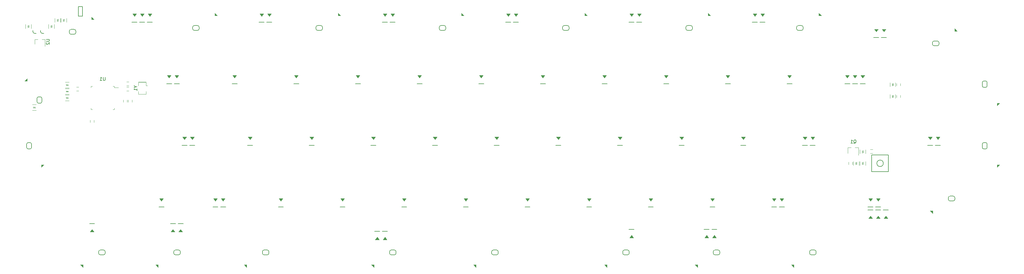
<source format=gbr>
%TF.GenerationSoftware,KiCad,Pcbnew,(5.1.11)-1*%
%TF.CreationDate,2022-07-20T14:15:52+07:00*%
%TF.ProjectId,Malenia,4d616c65-6e69-4612-9e6b-696361645f70,rev?*%
%TF.SameCoordinates,Original*%
%TF.FileFunction,Legend,Bot*%
%TF.FilePolarity,Positive*%
%FSLAX46Y46*%
G04 Gerber Fmt 4.6, Leading zero omitted, Abs format (unit mm)*
G04 Created by KiCad (PCBNEW (5.1.11)-1) date 2022-07-20 14:15:52*
%MOMM*%
%LPD*%
G01*
G04 APERTURE LIST*
%ADD10C,0.120000*%
%ADD11C,0.100000*%
%ADD12C,0.150000*%
G04 APERTURE END LIST*
D10*
%TO.C,U1*%
X51310535Y-69689686D02*
X50860535Y-69689686D01*
X50860535Y-69689686D02*
X50860535Y-69239686D01*
X57630535Y-69689686D02*
X58080535Y-69689686D01*
X58080535Y-69689686D02*
X58080535Y-69239686D01*
X51310535Y-62469686D02*
X50860535Y-62469686D01*
X50860535Y-62469686D02*
X50860535Y-62919686D01*
X57630535Y-62469686D02*
X58080535Y-62469686D01*
X58080535Y-62469686D02*
X58080535Y-62919686D01*
X58080535Y-62919686D02*
X59370535Y-62919686D01*
D11*
%TO.C,R13*%
X298800000Y-62050000D02*
X298400000Y-61950000D01*
X298400000Y-61750000D02*
X298800000Y-61650000D01*
X298800000Y-62250000D02*
X298400000Y-62150000D01*
X298400000Y-62350000D02*
X298800000Y-62250000D01*
X298400000Y-62150000D02*
X298800000Y-62050000D01*
X298400000Y-61950000D02*
X298800000Y-61850000D01*
X298800000Y-61850000D02*
X298400000Y-61750000D01*
D10*
X299480000Y-62600000D02*
X299480000Y-61400000D01*
X297720000Y-61400000D02*
X297720000Y-62600000D01*
D11*
%TO.C,R12*%
X298800000Y-65650000D02*
X298400000Y-65550000D01*
X298400000Y-65350000D02*
X298800000Y-65250000D01*
X298800000Y-65850000D02*
X298400000Y-65750000D01*
X298400000Y-65950000D02*
X298800000Y-65850000D01*
X298400000Y-65750000D02*
X298800000Y-65650000D01*
X298400000Y-65550000D02*
X298800000Y-65450000D01*
X298800000Y-65450000D02*
X298400000Y-65350000D01*
D10*
X299480000Y-66200000D02*
X299480000Y-65000000D01*
X297720000Y-65000000D02*
X297720000Y-66200000D01*
%TO.C,C12*%
X301000000Y-62350000D02*
X301000000Y-61650000D01*
X299800000Y-61650000D02*
X299800000Y-62350000D01*
%TO.C,C11*%
X301000000Y-65950000D02*
X301000000Y-65250000D01*
X299800000Y-65250000D02*
X299800000Y-65950000D01*
%TO.C,C10*%
X286172790Y-86670355D02*
X286172790Y-85970355D01*
X284972790Y-85970355D02*
X284972790Y-86670355D01*
%TO.C,Q1*%
X284696215Y-81450000D02*
X285746215Y-81450000D01*
X284696215Y-83250000D02*
X284696215Y-81450000D01*
X287996215Y-81450000D02*
X286946215Y-81450000D01*
X287996215Y-83850000D02*
X287996215Y-81450000D01*
D11*
%TO.C,R11*%
X33387340Y-68856220D02*
X33287340Y-69256220D01*
X33087340Y-69256220D02*
X32987340Y-68856220D01*
X33587340Y-68856220D02*
X33487340Y-69256220D01*
X33687340Y-69256220D02*
X33587340Y-68856220D01*
X33487340Y-69256220D02*
X33387340Y-68856220D01*
X33287340Y-69256220D02*
X33187340Y-68856220D01*
X33187340Y-68856220D02*
X33087340Y-69256220D01*
D10*
X33937340Y-68176220D02*
X32737340Y-68176220D01*
X32737340Y-69936220D02*
X33937340Y-69936220D01*
D11*
%TO.C,D95*%
G36*
X35536280Y-87543940D02*
G01*
X35536280Y-86743940D01*
X36336280Y-86743940D01*
X35536280Y-87543940D01*
G37*
X35536280Y-87543940D02*
X35536280Y-86743940D01*
X36336280Y-86743940D01*
X35536280Y-87543940D01*
D12*
X31486280Y-81893940D02*
X31986280Y-81893940D01*
X30986280Y-80393940D02*
X30986280Y-81393940D01*
X31986280Y-79893940D02*
X31486280Y-79893940D01*
X32486280Y-81393940D02*
X32486280Y-80393940D01*
X31486280Y-79893940D02*
G75*
G03*
X30986280Y-80393940I0J-500000D01*
G01*
X30986280Y-81393940D02*
G75*
G03*
X31486280Y-81893940I500000J0D01*
G01*
X31986280Y-81893940D02*
G75*
G03*
X32486280Y-81393940I0J500000D01*
G01*
X32486280Y-80393940D02*
G75*
G03*
X31986280Y-79893940I-500000J0D01*
G01*
D11*
%TO.C,D94*%
G36*
X47591045Y-117690950D02*
G01*
X48391045Y-117690950D01*
X48391045Y-118490950D01*
X47591045Y-117690950D01*
G37*
X47591045Y-117690950D02*
X48391045Y-117690950D01*
X48391045Y-118490950D01*
X47591045Y-117690950D01*
D12*
X53241045Y-113640950D02*
X53241045Y-114140950D01*
X54741045Y-113140950D02*
X53741045Y-113140950D01*
X55241045Y-114140950D02*
X55241045Y-113640950D01*
X53741045Y-114640950D02*
X54741045Y-114640950D01*
X55241045Y-113640950D02*
G75*
G03*
X54741045Y-113140950I-500000J0D01*
G01*
X53741045Y-113140950D02*
G75*
G03*
X53241045Y-113640950I0J-500000D01*
G01*
X53241045Y-114140950D02*
G75*
G03*
X53741045Y-114640950I500000J0D01*
G01*
X54741045Y-114640950D02*
G75*
G03*
X55241045Y-114140950I0J500000D01*
G01*
D11*
%TO.C,D93*%
G36*
X70808330Y-117690950D02*
G01*
X71608330Y-117690950D01*
X71608330Y-118490950D01*
X70808330Y-117690950D01*
G37*
X70808330Y-117690950D02*
X71608330Y-117690950D01*
X71608330Y-118490950D01*
X70808330Y-117690950D01*
D12*
X76458330Y-113640950D02*
X76458330Y-114140950D01*
X77958330Y-113140950D02*
X76958330Y-113140950D01*
X78458330Y-114140950D02*
X78458330Y-113640950D01*
X76958330Y-114640950D02*
X77958330Y-114640950D01*
X78458330Y-113640950D02*
G75*
G03*
X77958330Y-113140950I-500000J0D01*
G01*
X76958330Y-113140950D02*
G75*
G03*
X76458330Y-113640950I0J-500000D01*
G01*
X76458330Y-114140950D02*
G75*
G03*
X76958330Y-114640950I500000J0D01*
G01*
X77958330Y-114640950D02*
G75*
G03*
X78458330Y-114140950I0J500000D01*
G01*
%TO.C,D92*%
X104342820Y-114640950D02*
X105342820Y-114640950D01*
X105842820Y-114140950D02*
X105842820Y-113640950D01*
X105342820Y-113140950D02*
X104342820Y-113140950D01*
X103842820Y-113640950D02*
X103842820Y-114140950D01*
D11*
G36*
X98192820Y-117690950D02*
G01*
X98992820Y-117690950D01*
X98992820Y-118490950D01*
X98192820Y-117690950D01*
G37*
X98192820Y-117690950D02*
X98992820Y-117690950D01*
X98992820Y-118490950D01*
X98192820Y-117690950D01*
D12*
X105342820Y-114640950D02*
G75*
G03*
X105842820Y-114140950I0J500000D01*
G01*
X103842820Y-114140950D02*
G75*
G03*
X104342820Y-114640950I500000J0D01*
G01*
X104342820Y-113140950D02*
G75*
G03*
X103842820Y-113640950I0J-500000D01*
G01*
X105842820Y-113640950D02*
G75*
G03*
X105342820Y-113140950I-500000J0D01*
G01*
%TO.C,D91*%
X143633610Y-114640950D02*
X144633610Y-114640950D01*
X145133610Y-114140950D02*
X145133610Y-113640950D01*
X144633610Y-113140950D02*
X143633610Y-113140950D01*
X143133610Y-113640950D02*
X143133610Y-114140950D01*
D11*
G36*
X137483610Y-117690950D02*
G01*
X138283610Y-117690950D01*
X138283610Y-118490950D01*
X137483610Y-117690950D01*
G37*
X137483610Y-117690950D02*
X138283610Y-117690950D01*
X138283610Y-118490950D01*
X137483610Y-117690950D01*
D12*
X144633610Y-114640950D02*
G75*
G03*
X145133610Y-114140950I0J500000D01*
G01*
X143133610Y-114140950D02*
G75*
G03*
X143633610Y-114640950I500000J0D01*
G01*
X143633610Y-113140950D02*
G75*
G03*
X143133610Y-113640950I0J-500000D01*
G01*
X145133610Y-113640950D02*
G75*
G03*
X144633610Y-113140950I-500000J0D01*
G01*
%TO.C,D90*%
X175185305Y-114640950D02*
X176185305Y-114640950D01*
X176685305Y-114140950D02*
X176685305Y-113640950D01*
X176185305Y-113140950D02*
X175185305Y-113140950D01*
X174685305Y-113640950D02*
X174685305Y-114140950D01*
D11*
G36*
X169035305Y-117690950D02*
G01*
X169835305Y-117690950D01*
X169835305Y-118490950D01*
X169035305Y-117690950D01*
G37*
X169035305Y-117690950D02*
X169835305Y-117690950D01*
X169835305Y-118490950D01*
X169035305Y-117690950D01*
D12*
X176185305Y-114640950D02*
G75*
G03*
X176685305Y-114140950I0J500000D01*
G01*
X174685305Y-114140950D02*
G75*
G03*
X175185305Y-114640950I500000J0D01*
G01*
X175185305Y-113140950D02*
G75*
G03*
X174685305Y-113640950I0J-500000D01*
G01*
X176685305Y-113640950D02*
G75*
G03*
X176185305Y-113140950I-500000J0D01*
G01*
%TO.C,D89*%
X215666725Y-114640950D02*
X216666725Y-114640950D01*
X217166725Y-114140950D02*
X217166725Y-113640950D01*
X216666725Y-113140950D02*
X215666725Y-113140950D01*
X215166725Y-113640950D02*
X215166725Y-114140950D01*
D11*
G36*
X209516725Y-117690950D02*
G01*
X210316725Y-117690950D01*
X210316725Y-118490950D01*
X209516725Y-117690950D01*
G37*
X209516725Y-117690950D02*
X210316725Y-117690950D01*
X210316725Y-118490950D01*
X209516725Y-117690950D01*
D12*
X216666725Y-114640950D02*
G75*
G03*
X217166725Y-114140950I0J500000D01*
G01*
X215166725Y-114140950D02*
G75*
G03*
X215666725Y-114640950I500000J0D01*
G01*
X215666725Y-113140950D02*
G75*
G03*
X215166725Y-113640950I0J-500000D01*
G01*
X217166725Y-113640950D02*
G75*
G03*
X216666725Y-113140950I-500000J0D01*
G01*
%TO.C,D88*%
X243647570Y-114640950D02*
X244647570Y-114640950D01*
X245147570Y-114140950D02*
X245147570Y-113640950D01*
X244647570Y-113140950D02*
X243647570Y-113140950D01*
X243147570Y-113640950D02*
X243147570Y-114140950D01*
D11*
G36*
X237497570Y-117690950D02*
G01*
X238297570Y-117690950D01*
X238297570Y-118490950D01*
X237497570Y-117690950D01*
G37*
X237497570Y-117690950D02*
X238297570Y-117690950D01*
X238297570Y-118490950D01*
X237497570Y-117690950D01*
D12*
X244647570Y-114640950D02*
G75*
G03*
X245147570Y-114140950I0J500000D01*
G01*
X243147570Y-114140950D02*
G75*
G03*
X243647570Y-114640950I500000J0D01*
G01*
X243647570Y-113140950D02*
G75*
G03*
X243147570Y-113640950I0J-500000D01*
G01*
X245147570Y-113640950D02*
G75*
G03*
X244647570Y-113140950I-500000J0D01*
G01*
%TO.C,D87*%
X273413320Y-114640950D02*
X274413320Y-114640950D01*
X274913320Y-114140950D02*
X274913320Y-113640950D01*
X274413320Y-113140950D02*
X273413320Y-113140950D01*
X272913320Y-113640950D02*
X272913320Y-114140950D01*
D11*
G36*
X267263320Y-117690950D02*
G01*
X268063320Y-117690950D01*
X268063320Y-118490950D01*
X267263320Y-117690950D01*
G37*
X267263320Y-117690950D02*
X268063320Y-117690950D01*
X268063320Y-118490950D01*
X267263320Y-117690950D01*
D12*
X274413320Y-114640950D02*
G75*
G03*
X274913320Y-114140950I0J500000D01*
G01*
X272913320Y-114140950D02*
G75*
G03*
X273413320Y-114640950I500000J0D01*
G01*
X273413320Y-113140950D02*
G75*
G03*
X272913320Y-113640950I0J-500000D01*
G01*
X274913320Y-113640950D02*
G75*
G03*
X274413320Y-113140950I-500000J0D01*
G01*
%TO.C,D86*%
X316274960Y-97972130D02*
X317274960Y-97972130D01*
X317774960Y-97472130D02*
X317774960Y-96972130D01*
X317274960Y-96472130D02*
X316274960Y-96472130D01*
X315774960Y-96972130D02*
X315774960Y-97472130D01*
D11*
G36*
X310124960Y-101022130D02*
G01*
X310924960Y-101022130D01*
X310924960Y-101822130D01*
X310124960Y-101022130D01*
G37*
X310124960Y-101022130D02*
X310924960Y-101022130D01*
X310924960Y-101822130D01*
X310124960Y-101022130D01*
D12*
X317274960Y-97972130D02*
G75*
G03*
X317774960Y-97472130I0J500000D01*
G01*
X315774960Y-97472130D02*
G75*
G03*
X316274960Y-97972130I500000J0D01*
G01*
X316274960Y-96472130D02*
G75*
G03*
X315774960Y-96972130I0J-500000D01*
G01*
X317774960Y-96972130D02*
G75*
G03*
X317274960Y-96472130I-500000J0D01*
G01*
%TO.C,D85*%
X327762520Y-81393940D02*
X327762520Y-80393940D01*
X327262520Y-79893940D02*
X326762520Y-79893940D01*
X326262520Y-80393940D02*
X326262520Y-81393940D01*
X326762520Y-81893940D02*
X327262520Y-81893940D01*
D11*
G36*
X330812520Y-87543940D02*
G01*
X330812520Y-86743940D01*
X331612520Y-86743940D01*
X330812520Y-87543940D01*
G37*
X330812520Y-87543940D02*
X330812520Y-86743940D01*
X331612520Y-86743940D01*
X330812520Y-87543940D01*
D12*
X327762520Y-80393940D02*
G75*
G03*
X327262520Y-79893940I-500000J0D01*
G01*
X327262520Y-81893940D02*
G75*
G03*
X327762520Y-81393940I0J500000D01*
G01*
X326262520Y-81393940D02*
G75*
G03*
X326762520Y-81893940I500000J0D01*
G01*
X326762520Y-79893940D02*
G75*
G03*
X326262520Y-80393940I0J-500000D01*
G01*
%TO.C,D84*%
X327762520Y-62343860D02*
X327762520Y-61343860D01*
X327262520Y-60843860D02*
X326762520Y-60843860D01*
X326262520Y-61343860D02*
X326262520Y-62343860D01*
X326762520Y-62843860D02*
X327262520Y-62843860D01*
D11*
G36*
X330812520Y-68493860D02*
G01*
X330812520Y-67693860D01*
X331612520Y-67693860D01*
X330812520Y-68493860D01*
G37*
X330812520Y-68493860D02*
X330812520Y-67693860D01*
X331612520Y-67693860D01*
X330812520Y-68493860D01*
D12*
X327762520Y-61343860D02*
G75*
G03*
X327262520Y-60843860I-500000J0D01*
G01*
X327262520Y-62843860D02*
G75*
G03*
X327762520Y-62343860I0J500000D01*
G01*
X326262520Y-62343860D02*
G75*
G03*
X326762520Y-62843860I500000J0D01*
G01*
X326762520Y-60843860D02*
G75*
G03*
X326262520Y-61343860I0J-500000D01*
G01*
%TO.C,D83*%
X312374960Y-48475040D02*
X311374960Y-48475040D01*
X310874960Y-48975040D02*
X310874960Y-49475040D01*
X311374960Y-49975040D02*
X312374960Y-49975040D01*
X312874960Y-49475040D02*
X312874960Y-48975040D01*
D11*
G36*
X318524960Y-45425040D02*
G01*
X317724960Y-45425040D01*
X317724960Y-44625040D01*
X318524960Y-45425040D01*
G37*
X318524960Y-45425040D02*
X317724960Y-45425040D01*
X317724960Y-44625040D01*
X318524960Y-45425040D01*
D12*
X311374960Y-48475040D02*
G75*
G03*
X310874960Y-48975040I0J-500000D01*
G01*
X312874960Y-48975040D02*
G75*
G03*
X312374960Y-48475040I-500000J0D01*
G01*
X312374960Y-49975040D02*
G75*
G03*
X312874960Y-49475040I0J500000D01*
G01*
X310874960Y-49475040D02*
G75*
G03*
X311374960Y-49975040I500000J0D01*
G01*
%TO.C,D82*%
X270406586Y-43712288D02*
X269406586Y-43712288D01*
X268906586Y-44212288D02*
X268906586Y-44712288D01*
X269406586Y-45212288D02*
X270406586Y-45212288D01*
X270906586Y-44712288D02*
X270906586Y-44212288D01*
D11*
G36*
X276556586Y-40662288D02*
G01*
X275756586Y-40662288D01*
X275756586Y-39862288D01*
X276556586Y-40662288D01*
G37*
X276556586Y-40662288D02*
X275756586Y-40662288D01*
X275756586Y-39862288D01*
X276556586Y-40662288D01*
D12*
X269406586Y-43712288D02*
G75*
G03*
X268906586Y-44212288I0J-500000D01*
G01*
X270906586Y-44212288D02*
G75*
G03*
X270406586Y-43712288I-500000J0D01*
G01*
X270406586Y-45212288D02*
G75*
G03*
X270906586Y-44712288I0J500000D01*
G01*
X268906586Y-44712288D02*
G75*
G03*
X269406586Y-45212288I500000J0D01*
G01*
%TO.C,D81*%
X236174940Y-43712280D02*
X235174940Y-43712280D01*
X234674940Y-44212280D02*
X234674940Y-44712280D01*
X235174940Y-45212280D02*
X236174940Y-45212280D01*
X236674940Y-44712280D02*
X236674940Y-44212280D01*
D11*
G36*
X242324940Y-40662280D02*
G01*
X241524940Y-40662280D01*
X241524940Y-39862280D01*
X242324940Y-40662280D01*
G37*
X242324940Y-40662280D02*
X241524940Y-40662280D01*
X241524940Y-39862280D01*
X242324940Y-40662280D01*
D12*
X235174940Y-43712280D02*
G75*
G03*
X234674940Y-44212280I0J-500000D01*
G01*
X236674940Y-44212280D02*
G75*
G03*
X236174940Y-43712280I-500000J0D01*
G01*
X236174940Y-45212280D02*
G75*
G03*
X236674940Y-44712280I0J500000D01*
G01*
X234674940Y-44712280D02*
G75*
G03*
X235174940Y-45212280I500000J0D01*
G01*
%TO.C,D80*%
X198074940Y-43712280D02*
X197074940Y-43712280D01*
X196574940Y-44212280D02*
X196574940Y-44712280D01*
X197074940Y-45212280D02*
X198074940Y-45212280D01*
X198574940Y-44712280D02*
X198574940Y-44212280D01*
D11*
G36*
X204224940Y-40662280D02*
G01*
X203424940Y-40662280D01*
X203424940Y-39862280D01*
X204224940Y-40662280D01*
G37*
X204224940Y-40662280D02*
X203424940Y-40662280D01*
X203424940Y-39862280D01*
X204224940Y-40662280D01*
D12*
X197074940Y-43712280D02*
G75*
G03*
X196574940Y-44212280I0J-500000D01*
G01*
X198574940Y-44212280D02*
G75*
G03*
X198074940Y-43712280I-500000J0D01*
G01*
X198074940Y-45212280D02*
G75*
G03*
X198574940Y-44712280I0J500000D01*
G01*
X196574940Y-44712280D02*
G75*
G03*
X197074940Y-45212280I500000J0D01*
G01*
%TO.C,D79*%
X159974940Y-43712280D02*
X158974940Y-43712280D01*
X158474940Y-44212280D02*
X158474940Y-44712280D01*
X158974940Y-45212280D02*
X159974940Y-45212280D01*
X160474940Y-44712280D02*
X160474940Y-44212280D01*
D11*
G36*
X166124940Y-40662280D02*
G01*
X165324940Y-40662280D01*
X165324940Y-39862280D01*
X166124940Y-40662280D01*
G37*
X166124940Y-40662280D02*
X165324940Y-40662280D01*
X165324940Y-39862280D01*
X166124940Y-40662280D01*
D12*
X158974940Y-43712280D02*
G75*
G03*
X158474940Y-44212280I0J-500000D01*
G01*
X160474940Y-44212280D02*
G75*
G03*
X159974940Y-43712280I-500000J0D01*
G01*
X159974940Y-45212280D02*
G75*
G03*
X160474940Y-44712280I0J500000D01*
G01*
X158474940Y-44712280D02*
G75*
G03*
X158974940Y-45212280I500000J0D01*
G01*
%TO.C,D78*%
X121874940Y-43712280D02*
X120874940Y-43712280D01*
X120374940Y-44212280D02*
X120374940Y-44712280D01*
X120874940Y-45212280D02*
X121874940Y-45212280D01*
X122374940Y-44712280D02*
X122374940Y-44212280D01*
D11*
G36*
X128024940Y-40662280D02*
G01*
X127224940Y-40662280D01*
X127224940Y-39862280D01*
X128024940Y-40662280D01*
G37*
X128024940Y-40662280D02*
X127224940Y-40662280D01*
X127224940Y-39862280D01*
X128024940Y-40662280D01*
D12*
X120874940Y-43712280D02*
G75*
G03*
X120374940Y-44212280I0J-500000D01*
G01*
X122374940Y-44212280D02*
G75*
G03*
X121874940Y-43712280I-500000J0D01*
G01*
X121874940Y-45212280D02*
G75*
G03*
X122374940Y-44712280I0J500000D01*
G01*
X120374940Y-44712280D02*
G75*
G03*
X120874940Y-45212280I500000J0D01*
G01*
%TO.C,D77*%
X83774940Y-43712280D02*
X82774940Y-43712280D01*
X82274940Y-44212280D02*
X82274940Y-44712280D01*
X82774940Y-45212280D02*
X83774940Y-45212280D01*
X84274940Y-44712280D02*
X84274940Y-44212280D01*
D11*
G36*
X89924940Y-40662280D02*
G01*
X89124940Y-40662280D01*
X89124940Y-39862280D01*
X89924940Y-40662280D01*
G37*
X89924940Y-40662280D02*
X89124940Y-40662280D01*
X89124940Y-39862280D01*
X89924940Y-40662280D01*
D12*
X82774940Y-43712280D02*
G75*
G03*
X82274940Y-44212280I0J-500000D01*
G01*
X84274940Y-44212280D02*
G75*
G03*
X83774940Y-43712280I-500000J0D01*
G01*
X83774940Y-45212280D02*
G75*
G03*
X84274940Y-44712280I0J500000D01*
G01*
X82274940Y-44712280D02*
G75*
G03*
X82774940Y-45212280I500000J0D01*
G01*
%TO.C,D76*%
X45675056Y-44903160D02*
X44675056Y-44903160D01*
X44175056Y-45403160D02*
X44175056Y-45903160D01*
X44675056Y-46403160D02*
X45675056Y-46403160D01*
X46175056Y-45903160D02*
X46175056Y-45403160D01*
D11*
G36*
X51825056Y-41853160D02*
G01*
X51025056Y-41853160D01*
X51025056Y-41053160D01*
X51825056Y-41853160D01*
G37*
X51825056Y-41853160D02*
X51025056Y-41853160D01*
X51025056Y-41053160D01*
X51825056Y-41853160D01*
D12*
X44675056Y-44903160D02*
G75*
G03*
X44175056Y-45403160I0J-500000D01*
G01*
X46175056Y-45403160D02*
G75*
G03*
X45675056Y-44903160I-500000J0D01*
G01*
X45675056Y-46403160D02*
G75*
G03*
X46175056Y-45903160I0J500000D01*
G01*
X44175056Y-45903160D02*
G75*
G03*
X44675056Y-46403160I500000J0D01*
G01*
%TO.C,D75*%
X34187220Y-66243620D02*
X34187220Y-67243620D01*
X34687220Y-67743620D02*
X35187220Y-67743620D01*
X35687220Y-67243620D02*
X35687220Y-66243620D01*
X35187220Y-65743620D02*
X34687220Y-65743620D01*
D11*
G36*
X31137220Y-60093620D02*
G01*
X31137220Y-60893620D01*
X30337220Y-60893620D01*
X31137220Y-60093620D01*
G37*
X31137220Y-60093620D02*
X31137220Y-60893620D01*
X30337220Y-60893620D01*
X31137220Y-60093620D01*
D12*
X34187220Y-67243620D02*
G75*
G03*
X34687220Y-67743620I500000J0D01*
G01*
X34687220Y-65743620D02*
G75*
G03*
X34187220Y-66243620I0J-500000D01*
G01*
X35687220Y-66243620D02*
G75*
G03*
X35187220Y-65743620I-500000J0D01*
G01*
X35187220Y-67743620D02*
G75*
G03*
X35687220Y-67243620I0J500000D01*
G01*
D10*
%TO.C,Y1*%
X67475120Y-61103230D02*
X67875120Y-61103230D01*
X67475120Y-61303230D02*
X67875120Y-61303230D01*
X67475120Y-64903230D02*
X67875120Y-64903230D01*
X65475120Y-61103230D02*
X67475120Y-61103230D01*
X67875120Y-62303230D02*
X68275120Y-62303230D01*
X67875120Y-62303230D02*
X67875120Y-61303230D01*
X67475120Y-61303230D02*
X65475120Y-61303230D01*
X65475120Y-61303230D02*
X65475120Y-62303230D01*
X65475120Y-64103230D02*
X65475120Y-64903230D01*
X65475120Y-64903230D02*
X67475120Y-64903230D01*
X67875120Y-64903230D02*
X67875120Y-64103230D01*
D11*
%TO.C,R10*%
X43420535Y-62279686D02*
X43520535Y-61879686D01*
X43720535Y-61879686D02*
X43820535Y-62279686D01*
X43220535Y-62279686D02*
X43320535Y-61879686D01*
X43120535Y-61879686D02*
X43220535Y-62279686D01*
X43320535Y-61879686D02*
X43420535Y-62279686D01*
X43520535Y-61879686D02*
X43620535Y-62279686D01*
X43620535Y-62279686D02*
X43720535Y-61879686D01*
D10*
X42870535Y-62959686D02*
X44070535Y-62959686D01*
X44070535Y-61199686D02*
X42870535Y-61199686D01*
D11*
%TO.C,D73*%
G36*
X243482475Y-108542485D02*
G01*
X242882475Y-109342485D01*
X244082475Y-109342485D01*
X243482475Y-108542485D01*
G37*
X243482475Y-108542485D02*
X242882475Y-109342485D01*
X244082475Y-109342485D01*
X243482475Y-108542485D01*
D12*
X244282475Y-106742485D02*
X242682475Y-106742485D01*
D11*
%TO.C,D68*%
G36*
X296466710Y-102589335D02*
G01*
X295866710Y-103389335D01*
X297066710Y-103389335D01*
X296466710Y-102589335D01*
G37*
X296466710Y-102589335D02*
X295866710Y-103389335D01*
X297066710Y-103389335D01*
X296466710Y-102589335D01*
D12*
X297266710Y-100789335D02*
X295666710Y-100789335D01*
D11*
%TO.C,D67*%
G36*
X294085450Y-102589335D02*
G01*
X293485450Y-103389335D01*
X294685450Y-103389335D01*
X294085450Y-102589335D01*
G37*
X294085450Y-102589335D02*
X293485450Y-103389335D01*
X294685450Y-103389335D01*
X294085450Y-102589335D01*
D12*
X294885450Y-100789335D02*
X293285450Y-100789335D01*
D11*
%TO.C,D66*%
G36*
X291704050Y-102589175D02*
G01*
X291104050Y-103389175D01*
X292304050Y-103389175D01*
X291704050Y-102589175D01*
G37*
X291704050Y-102589175D02*
X291104050Y-103389175D01*
X292304050Y-103389175D01*
X291704050Y-102589175D01*
D12*
X292504050Y-100789175D02*
X290904050Y-100789175D01*
D11*
%TO.C,D65*%
G36*
X241101215Y-108542485D02*
G01*
X240501215Y-109342485D01*
X241701215Y-109342485D01*
X241101215Y-108542485D01*
G37*
X241101215Y-108542485D02*
X240501215Y-109342485D01*
X241701215Y-109342485D01*
X241101215Y-108542485D01*
D12*
X241901215Y-106742485D02*
X240301215Y-106742485D01*
D11*
%TO.C,D63*%
G36*
X217883930Y-108542485D02*
G01*
X217283930Y-109342485D01*
X218483930Y-109342485D01*
X217883930Y-108542485D01*
G37*
X217883930Y-108542485D02*
X217283930Y-109342485D01*
X218483930Y-109342485D01*
X217883930Y-108542485D01*
D12*
X218683930Y-106742485D02*
X217083930Y-106742485D01*
D11*
%TO.C,D62*%
G36*
X141683610Y-109137800D02*
G01*
X141083610Y-109937800D01*
X142283610Y-109937800D01*
X141683610Y-109137800D01*
G37*
X141683610Y-109137800D02*
X141083610Y-109937800D01*
X142283610Y-109937800D01*
X141683610Y-109137800D01*
D12*
X142483610Y-107337800D02*
X140883610Y-107337800D01*
D11*
%TO.C,D61*%
G36*
X139302350Y-109137800D02*
G01*
X138702350Y-109937800D01*
X139902350Y-109937800D01*
X139302350Y-109137800D01*
G37*
X139302350Y-109137800D02*
X138702350Y-109937800D01*
X139902350Y-109937800D01*
X139302350Y-109137800D01*
D12*
X140102350Y-107337800D02*
X138502350Y-107337800D01*
D11*
%TO.C,D59*%
G36*
X78581420Y-106756540D02*
G01*
X77981420Y-107556540D01*
X79181420Y-107556540D01*
X78581420Y-106756540D01*
G37*
X78581420Y-106756540D02*
X77981420Y-107556540D01*
X79181420Y-107556540D01*
X78581420Y-106756540D01*
D12*
X79381420Y-104956540D02*
X77781420Y-104956540D01*
D11*
%TO.C,D58*%
G36*
X76200160Y-106756540D02*
G01*
X75600160Y-107556540D01*
X76800160Y-107556540D01*
X76200160Y-106756540D01*
G37*
X76200160Y-106756540D02*
X75600160Y-107556540D01*
X76800160Y-107556540D01*
X76200160Y-106756540D01*
D12*
X77000160Y-104956540D02*
X75400160Y-104956540D01*
D11*
%TO.C,D57*%
G36*
X294085450Y-98031500D02*
G01*
X294685450Y-97231500D01*
X293485450Y-97231500D01*
X294085450Y-98031500D01*
G37*
X294085450Y-98031500D02*
X294685450Y-97231500D01*
X293485450Y-97231500D01*
X294085450Y-98031500D01*
D12*
X293285450Y-99831500D02*
X294885450Y-99831500D01*
D11*
%TO.C,D55*%
G36*
X291704190Y-98031500D02*
G01*
X292304190Y-97231500D01*
X291104190Y-97231500D01*
X291704190Y-98031500D01*
G37*
X291704190Y-98031500D02*
X292304190Y-97231500D01*
X291104190Y-97231500D01*
X291704190Y-98031500D01*
D12*
X290904190Y-99831500D02*
X292504190Y-99831500D01*
D11*
%TO.C,D54*%
G36*
X264319700Y-98031500D02*
G01*
X264919700Y-97231500D01*
X263719700Y-97231500D01*
X264319700Y-98031500D01*
G37*
X264319700Y-98031500D02*
X264919700Y-97231500D01*
X263719700Y-97231500D01*
X264319700Y-98031500D01*
D12*
X263519700Y-99831500D02*
X265119700Y-99831500D01*
D11*
%TO.C,D46*%
G36*
X109537800Y-98031500D02*
G01*
X110137800Y-97231500D01*
X108937800Y-97231500D01*
X109537800Y-98031500D01*
G37*
X109537800Y-98031500D02*
X110137800Y-97231500D01*
X108937800Y-97231500D01*
X109537800Y-98031500D01*
D12*
X108737800Y-99831500D02*
X110337800Y-99831500D01*
D11*
%TO.C,D42*%
G36*
X312540104Y-78981420D02*
G01*
X313140104Y-78181420D01*
X311940104Y-78181420D01*
X312540104Y-78981420D01*
G37*
X312540104Y-78981420D02*
X313140104Y-78181420D01*
X311940104Y-78181420D01*
X312540104Y-78981420D01*
D12*
X311740104Y-80781420D02*
X313340104Y-80781420D01*
D11*
%TO.C,D41*%
G36*
X289322930Y-59931340D02*
G01*
X289922930Y-59131340D01*
X288722930Y-59131340D01*
X289322930Y-59931340D01*
G37*
X289322930Y-59931340D02*
X289922930Y-59131340D01*
X288722930Y-59131340D01*
X289322930Y-59931340D01*
D12*
X288522930Y-61731340D02*
X290122930Y-61731340D01*
D11*
%TO.C,D40*%
G36*
X295871395Y-45643780D02*
G01*
X296471395Y-44843780D01*
X295271395Y-44843780D01*
X295871395Y-45643780D01*
G37*
X295871395Y-45643780D02*
X296471395Y-44843780D01*
X295271395Y-44843780D01*
X295871395Y-45643780D01*
D12*
X295071395Y-47443780D02*
X296671395Y-47443780D01*
D11*
%TO.C,D39*%
G36*
X310158844Y-78981420D02*
G01*
X310758844Y-78181420D01*
X309558844Y-78181420D01*
X310158844Y-78981420D01*
G37*
X310158844Y-78981420D02*
X310758844Y-78181420D01*
X309558844Y-78181420D01*
X310158844Y-78981420D01*
D12*
X309358844Y-80781420D02*
X310958844Y-80781420D01*
D11*
%TO.C,D38*%
G36*
X286941670Y-59931340D02*
G01*
X287541670Y-59131340D01*
X286341670Y-59131340D01*
X286941670Y-59931340D01*
G37*
X286941670Y-59931340D02*
X287541670Y-59131340D01*
X286341670Y-59131340D01*
X286941670Y-59931340D01*
D12*
X286141670Y-61731340D02*
X287741670Y-61731340D01*
D11*
%TO.C,D37*%
G36*
X293490135Y-45643780D02*
G01*
X294090135Y-44843780D01*
X292890135Y-44843780D01*
X293490135Y-45643780D01*
G37*
X293490135Y-45643780D02*
X294090135Y-44843780D01*
X292890135Y-44843780D01*
X293490135Y-45643780D01*
D12*
X292690135Y-47443780D02*
X294290135Y-47443780D01*
D11*
%TO.C,D36*%
G36*
X273844740Y-78981420D02*
G01*
X274444740Y-78181420D01*
X273244740Y-78181420D01*
X273844740Y-78981420D01*
G37*
X273844740Y-78981420D02*
X274444740Y-78181420D01*
X273244740Y-78181420D01*
X273844740Y-78981420D01*
D12*
X273044740Y-80781420D02*
X274644740Y-80781420D01*
D11*
%TO.C,D7*%
G36*
X69056380Y-40881260D02*
G01*
X69656380Y-40081260D01*
X68456380Y-40081260D01*
X69056380Y-40881260D01*
G37*
X69056380Y-40881260D02*
X69656380Y-40081260D01*
X68456380Y-40081260D01*
X69056380Y-40881260D01*
D12*
X68256380Y-42681260D02*
X69856380Y-42681260D01*
D11*
%TO.C,D5*%
G36*
X77390790Y-59931340D02*
G01*
X77990790Y-59131340D01*
X76790790Y-59131340D01*
X77390790Y-59931340D01*
G37*
X77390790Y-59931340D02*
X77990790Y-59131340D01*
X76790790Y-59131340D01*
X77390790Y-59931340D01*
D12*
X76590790Y-61731340D02*
X78190790Y-61731340D01*
D11*
%TO.C,D2*%
G36*
X75009530Y-59931340D02*
G01*
X75609530Y-59131340D01*
X74409530Y-59131340D01*
X75009530Y-59931340D01*
G37*
X75009530Y-59931340D02*
X75609530Y-59131340D01*
X74409530Y-59131340D01*
X75009530Y-59931340D01*
D12*
X74209530Y-61731340D02*
X75809530Y-61731340D01*
%TO.C,SW1*%
X295680625Y-86320355D02*
G75*
G03*
X295680625Y-86320355I-1000000J0D01*
G01*
X292080625Y-83720355D02*
X292080625Y-88920355D01*
X297280625Y-83720355D02*
X292080625Y-83720355D01*
X297280625Y-88920355D02*
X297280625Y-83720355D01*
X292080625Y-88920355D02*
X297280625Y-88920355D01*
D10*
%TO.C,R5*%
X288202790Y-86920355D02*
X288202790Y-85720355D01*
X286442790Y-85720355D02*
X286442790Y-86920355D01*
D11*
X287122790Y-86470355D02*
X287522790Y-86570355D01*
X287522790Y-86370355D02*
X287122790Y-86470355D01*
X287522790Y-86170355D02*
X287122790Y-86270355D01*
X287522790Y-85970355D02*
X287122790Y-86070355D01*
X287122790Y-86070355D02*
X287522790Y-86170355D01*
X287522790Y-86570355D02*
X287122790Y-86670355D01*
X287122790Y-86270355D02*
X287522790Y-86370355D01*
D10*
%TO.C,R4*%
X288442790Y-85720355D02*
X288442790Y-86920355D01*
X290202790Y-86920355D02*
X290202790Y-85720355D01*
D11*
X289522790Y-86170355D02*
X289122790Y-86070355D01*
X289122790Y-86270355D02*
X289522790Y-86170355D01*
X289122790Y-86470355D02*
X289522790Y-86370355D01*
X289122790Y-86670355D02*
X289522790Y-86570355D01*
X289522790Y-86570355D02*
X289122790Y-86470355D01*
X289122790Y-86070355D02*
X289522790Y-85970355D01*
X289522790Y-86370355D02*
X289122790Y-86270355D01*
D10*
%TO.C,R3*%
X288442790Y-82148465D02*
X288442790Y-83348465D01*
X290202790Y-83348465D02*
X290202790Y-82148465D01*
D11*
X289522790Y-82598465D02*
X289122790Y-82498465D01*
X289122790Y-82698465D02*
X289522790Y-82598465D01*
X289122790Y-82898465D02*
X289522790Y-82798465D01*
X289122790Y-83098465D02*
X289522790Y-82998465D01*
X289522790Y-82998465D02*
X289122790Y-82898465D01*
X289122790Y-82498465D02*
X289522790Y-82398465D01*
X289522790Y-82798465D02*
X289122790Y-82698465D01*
%TO.C,D72*%
G36*
X261938300Y-98031340D02*
G01*
X262538300Y-97231340D01*
X261338300Y-97231340D01*
X261938300Y-98031340D01*
G37*
X261938300Y-98031340D02*
X262538300Y-97231340D01*
X261338300Y-97231340D01*
X261938300Y-98031340D01*
D12*
X261138300Y-99831340D02*
X262738300Y-99831340D01*
D11*
%TO.C,D71*%
G36*
X271462600Y-78981420D02*
G01*
X272062600Y-78181420D01*
X270862600Y-78181420D01*
X271462600Y-78981420D01*
G37*
X271462600Y-78981420D02*
X272062600Y-78181420D01*
X270862600Y-78181420D01*
X271462600Y-78981420D01*
D12*
X270662600Y-80781420D02*
X272262600Y-80781420D01*
D11*
%TO.C,D70*%
G36*
X266700240Y-59931340D02*
G01*
X267300240Y-59131340D01*
X266100240Y-59131340D01*
X266700240Y-59931340D01*
G37*
X266700240Y-59931340D02*
X267300240Y-59131340D01*
X266100240Y-59131340D01*
X266700240Y-59931340D01*
D12*
X265900240Y-61731340D02*
X267500240Y-61731340D01*
D11*
%TO.C,D56*%
G36*
X51196770Y-106756540D02*
G01*
X50596770Y-107556540D01*
X51796770Y-107556540D01*
X51196770Y-106756540D01*
G37*
X51196770Y-106756540D02*
X50596770Y-107556540D01*
X51796770Y-107556540D01*
X51196770Y-106756540D01*
D12*
X51996770Y-104956540D02*
X50396770Y-104956540D01*
D11*
%TO.C,D53*%
G36*
X242888200Y-98031500D02*
G01*
X243488200Y-97231500D01*
X242288200Y-97231500D01*
X242888200Y-98031500D01*
G37*
X242888200Y-98031500D02*
X243488200Y-97231500D01*
X242288200Y-97231500D01*
X242888200Y-98031500D01*
D12*
X242088200Y-99831500D02*
X243688200Y-99831500D01*
D11*
%TO.C,D52*%
G36*
X223838120Y-98031500D02*
G01*
X224438120Y-97231500D01*
X223238120Y-97231500D01*
X223838120Y-98031500D01*
G37*
X223838120Y-98031500D02*
X224438120Y-97231500D01*
X223238120Y-97231500D01*
X223838120Y-98031500D01*
D12*
X223038120Y-99831500D02*
X224638120Y-99831500D01*
D11*
%TO.C,D51*%
G36*
X204788040Y-98031500D02*
G01*
X205388040Y-97231500D01*
X204188040Y-97231500D01*
X204788040Y-98031500D01*
G37*
X204788040Y-98031500D02*
X205388040Y-97231500D01*
X204188040Y-97231500D01*
X204788040Y-98031500D01*
D12*
X203988040Y-99831500D02*
X205588040Y-99831500D01*
D11*
%TO.C,D50*%
G36*
X185737880Y-98031500D02*
G01*
X186337880Y-97231500D01*
X185137880Y-97231500D01*
X185737880Y-98031500D01*
G37*
X185737880Y-98031500D02*
X186337880Y-97231500D01*
X185137880Y-97231500D01*
X185737880Y-98031500D01*
D12*
X184937880Y-99831500D02*
X186537880Y-99831500D01*
D11*
%TO.C,D49*%
G36*
X166687880Y-98031500D02*
G01*
X167287880Y-97231500D01*
X166087880Y-97231500D01*
X166687880Y-98031500D01*
G37*
X166687880Y-98031500D02*
X167287880Y-97231500D01*
X166087880Y-97231500D01*
X166687880Y-98031500D01*
D12*
X165887880Y-99831500D02*
X167487880Y-99831500D01*
D11*
%TO.C,D48*%
G36*
X147637800Y-98031500D02*
G01*
X148237800Y-97231500D01*
X147037800Y-97231500D01*
X147637800Y-98031500D01*
G37*
X147637800Y-98031500D02*
X148237800Y-97231500D01*
X147037800Y-97231500D01*
X147637800Y-98031500D01*
D12*
X146837800Y-99831500D02*
X148437800Y-99831500D01*
D11*
%TO.C,D47*%
G36*
X128587720Y-98031500D02*
G01*
X129187720Y-97231500D01*
X127987720Y-97231500D01*
X128587720Y-98031500D01*
G37*
X128587720Y-98031500D02*
X129187720Y-97231500D01*
X127987720Y-97231500D01*
X128587720Y-98031500D01*
D12*
X127787720Y-99831500D02*
X129387720Y-99831500D01*
D11*
%TO.C,D45*%
G36*
X91678190Y-98031500D02*
G01*
X92278190Y-97231500D01*
X91078190Y-97231500D01*
X91678190Y-98031500D01*
G37*
X91678190Y-98031500D02*
X92278190Y-97231500D01*
X91078190Y-97231500D01*
X91678190Y-98031500D01*
D12*
X90878190Y-99831500D02*
X92478190Y-99831500D01*
D11*
%TO.C,D44*%
G36*
X89296930Y-98031500D02*
G01*
X89896930Y-97231500D01*
X88696930Y-97231500D01*
X89296930Y-98031500D01*
G37*
X89296930Y-98031500D02*
X89896930Y-97231500D01*
X88696930Y-97231500D01*
X89296930Y-98031500D01*
D12*
X88496930Y-99831500D02*
X90096930Y-99831500D01*
D11*
%TO.C,D43*%
G36*
X72628110Y-98031500D02*
G01*
X73228110Y-97231500D01*
X72028110Y-97231500D01*
X72628110Y-98031500D01*
G37*
X72628110Y-98031500D02*
X73228110Y-97231500D01*
X72028110Y-97231500D01*
X72628110Y-98031500D01*
D12*
X71828110Y-99831500D02*
X73428110Y-99831500D01*
D11*
%TO.C,D35*%
G36*
X284560250Y-59931340D02*
G01*
X285160250Y-59131340D01*
X283960250Y-59131340D01*
X284560250Y-59931340D01*
G37*
X284560250Y-59931340D02*
X285160250Y-59131340D01*
X283960250Y-59131340D01*
X284560250Y-59931340D01*
D12*
X283760250Y-61731340D02*
X285360250Y-61731340D01*
D11*
%TO.C,D33*%
G36*
X252412600Y-78981420D02*
G01*
X253012600Y-78181420D01*
X251812600Y-78181420D01*
X252412600Y-78981420D01*
G37*
X252412600Y-78981420D02*
X253012600Y-78181420D01*
X251812600Y-78181420D01*
X252412600Y-78981420D01*
D12*
X251612600Y-80781420D02*
X253212600Y-80781420D01*
D11*
%TO.C,D32*%
G36*
X247650240Y-59931340D02*
G01*
X248250240Y-59131340D01*
X247050240Y-59131340D01*
X247650240Y-59931340D01*
G37*
X247650240Y-59931340D02*
X248250240Y-59131340D01*
X247050240Y-59131340D01*
X247650240Y-59931340D01*
D12*
X246850240Y-61731340D02*
X248450240Y-61731340D01*
D11*
%TO.C,D30*%
G36*
X233362600Y-78981420D02*
G01*
X233962600Y-78181420D01*
X232762600Y-78181420D01*
X233362600Y-78981420D01*
G37*
X233362600Y-78981420D02*
X233962600Y-78181420D01*
X232762600Y-78181420D01*
X233362600Y-78981420D01*
D12*
X232562600Y-80781420D02*
X234162600Y-80781420D01*
D11*
%TO.C,D29*%
G36*
X228600240Y-59931340D02*
G01*
X229200240Y-59131340D01*
X228000240Y-59131340D01*
X228600240Y-59931340D01*
G37*
X228600240Y-59931340D02*
X229200240Y-59131340D01*
X228000240Y-59131340D01*
X228600240Y-59931340D01*
D12*
X227800240Y-61731340D02*
X229400240Y-61731340D01*
D11*
%TO.C,D27*%
G36*
X214312600Y-78981420D02*
G01*
X214912600Y-78181420D01*
X213712600Y-78181420D01*
X214312600Y-78981420D01*
G37*
X214312600Y-78981420D02*
X214912600Y-78181420D01*
X213712600Y-78181420D01*
X214312600Y-78981420D01*
D12*
X213512600Y-80781420D02*
X215112600Y-80781420D01*
D11*
%TO.C,D26*%
G36*
X209550240Y-59931340D02*
G01*
X210150240Y-59131340D01*
X208950240Y-59131340D01*
X209550240Y-59931340D01*
G37*
X209550240Y-59931340D02*
X210150240Y-59131340D01*
X208950240Y-59131340D01*
X209550240Y-59931340D01*
D12*
X208750240Y-61731340D02*
X210350240Y-61731340D01*
D11*
%TO.C,D24*%
G36*
X195262600Y-78981420D02*
G01*
X195862600Y-78181420D01*
X194662600Y-78181420D01*
X195262600Y-78981420D01*
G37*
X195262600Y-78981420D02*
X195862600Y-78181420D01*
X194662600Y-78181420D01*
X195262600Y-78981420D01*
D12*
X194462600Y-80781420D02*
X196062600Y-80781420D01*
D11*
%TO.C,D23*%
G36*
X190500240Y-59931340D02*
G01*
X191100240Y-59131340D01*
X189900240Y-59131340D01*
X190500240Y-59931340D01*
G37*
X190500240Y-59931340D02*
X191100240Y-59131340D01*
X189900240Y-59131340D01*
X190500240Y-59931340D01*
D12*
X189700240Y-61731340D02*
X191300240Y-61731340D01*
D11*
%TO.C,D21*%
G36*
X176212600Y-78981420D02*
G01*
X176812600Y-78181420D01*
X175612600Y-78181420D01*
X176212600Y-78981420D01*
G37*
X176212600Y-78981420D02*
X176812600Y-78181420D01*
X175612600Y-78181420D01*
X176212600Y-78981420D01*
D12*
X175412600Y-80781420D02*
X177012600Y-80781420D01*
D11*
%TO.C,D20*%
G36*
X171450240Y-59931340D02*
G01*
X172050240Y-59131340D01*
X170850240Y-59131340D01*
X171450240Y-59931340D01*
G37*
X171450240Y-59931340D02*
X172050240Y-59131340D01*
X170850240Y-59131340D01*
X171450240Y-59931340D01*
D12*
X170650240Y-61731340D02*
X172250240Y-61731340D01*
D11*
%TO.C,D18*%
G36*
X157162600Y-78981420D02*
G01*
X157762600Y-78181420D01*
X156562600Y-78181420D01*
X157162600Y-78981420D01*
G37*
X157162600Y-78981420D02*
X157762600Y-78181420D01*
X156562600Y-78181420D01*
X157162600Y-78981420D01*
D12*
X156362600Y-80781420D02*
X157962600Y-80781420D01*
D11*
%TO.C,D17*%
G36*
X152400240Y-59931340D02*
G01*
X153000240Y-59131340D01*
X151800240Y-59131340D01*
X152400240Y-59931340D01*
G37*
X152400240Y-59931340D02*
X153000240Y-59131340D01*
X151800240Y-59131340D01*
X152400240Y-59931340D01*
D12*
X151600240Y-61731340D02*
X153200240Y-61731340D01*
D11*
%TO.C,D15*%
G36*
X138112600Y-78981420D02*
G01*
X138712600Y-78181420D01*
X137512600Y-78181420D01*
X138112600Y-78981420D01*
G37*
X138112600Y-78981420D02*
X138712600Y-78181420D01*
X137512600Y-78181420D01*
X138112600Y-78981420D01*
D12*
X137312600Y-80781420D02*
X138912600Y-80781420D01*
D11*
%TO.C,D14*%
G36*
X133350240Y-59931340D02*
G01*
X133950240Y-59131340D01*
X132750240Y-59131340D01*
X133350240Y-59931340D01*
G37*
X133350240Y-59931340D02*
X133950240Y-59131340D01*
X132750240Y-59131340D01*
X133350240Y-59931340D01*
D12*
X132550240Y-61731340D02*
X134150240Y-61731340D01*
D11*
%TO.C,D12*%
G36*
X119062600Y-78981420D02*
G01*
X119662600Y-78181420D01*
X118462600Y-78181420D01*
X119062600Y-78981420D01*
G37*
X119062600Y-78981420D02*
X119662600Y-78181420D01*
X118462600Y-78181420D01*
X119062600Y-78981420D01*
D12*
X118262600Y-80781420D02*
X119862600Y-80781420D01*
D11*
%TO.C,D11*%
G36*
X114300240Y-59931340D02*
G01*
X114900240Y-59131340D01*
X113700240Y-59131340D01*
X114300240Y-59931340D01*
G37*
X114300240Y-59931340D02*
X114900240Y-59131340D01*
X113700240Y-59131340D01*
X114300240Y-59931340D01*
D12*
X113500240Y-61731340D02*
X115100240Y-61731340D01*
D11*
%TO.C,D9*%
G36*
X100012600Y-78981420D02*
G01*
X100612600Y-78181420D01*
X99412600Y-78181420D01*
X100012600Y-78981420D01*
G37*
X100012600Y-78981420D02*
X100612600Y-78181420D01*
X99412600Y-78181420D01*
X100012600Y-78981420D01*
D12*
X99212600Y-80781420D02*
X100812600Y-80781420D01*
D11*
%TO.C,D8*%
G36*
X95250240Y-59931340D02*
G01*
X95850240Y-59131340D01*
X94650240Y-59131340D01*
X95250240Y-59931340D01*
G37*
X95250240Y-59931340D02*
X95850240Y-59131340D01*
X94650240Y-59131340D01*
X95250240Y-59931340D01*
D12*
X94450240Y-61731340D02*
X96050240Y-61731340D01*
D11*
%TO.C,D6*%
G36*
X82153170Y-78981260D02*
G01*
X82753170Y-78181260D01*
X81553170Y-78181260D01*
X82153170Y-78981260D01*
G37*
X82153170Y-78981260D02*
X82753170Y-78181260D01*
X81553170Y-78181260D01*
X82153170Y-78981260D01*
D12*
X81353170Y-80781260D02*
X82953170Y-80781260D01*
D11*
%TO.C,D3*%
G36*
X79771910Y-78981260D02*
G01*
X80371910Y-78181260D01*
X79171910Y-78181260D01*
X79771910Y-78981260D01*
G37*
X79771910Y-78981260D02*
X80371910Y-78181260D01*
X79171910Y-78181260D01*
X79771910Y-78981260D01*
D12*
X78971910Y-80781260D02*
X80571910Y-80781260D01*
D10*
%TO.C,C9*%
X292387500Y-82000000D02*
X291687500Y-82000000D01*
X291687500Y-83200000D02*
X292387500Y-83200000D01*
D11*
%TO.C,R9*%
X42637500Y-42100000D02*
X42237500Y-42000000D01*
X42237500Y-41800000D02*
X42637500Y-41700000D01*
X42637500Y-42300000D02*
X42237500Y-42200000D01*
X42237500Y-42400000D02*
X42637500Y-42300000D01*
X42237500Y-42200000D02*
X42637500Y-42100000D01*
X42237500Y-42000000D02*
X42637500Y-41900000D01*
X42637500Y-41900000D02*
X42237500Y-41800000D01*
D10*
X43317500Y-42650000D02*
X43317500Y-41450000D01*
X41557500Y-41450000D02*
X41557500Y-42650000D01*
D11*
%TO.C,R8*%
X40387500Y-42000000D02*
X40787500Y-42100000D01*
X40787500Y-42300000D02*
X40387500Y-42400000D01*
X40387500Y-41800000D02*
X40787500Y-41900000D01*
X40787500Y-41700000D02*
X40387500Y-41800000D01*
X40787500Y-41900000D02*
X40387500Y-42000000D01*
X40787500Y-42100000D02*
X40387500Y-42200000D01*
X40387500Y-42200000D02*
X40787500Y-42300000D01*
D10*
X39707500Y-41450000D02*
X39707500Y-42650000D01*
X41467500Y-42650000D02*
X41467500Y-41450000D01*
D11*
%TO.C,R7*%
X43420535Y-64279686D02*
X43520535Y-63879686D01*
X43720535Y-63879686D02*
X43820535Y-64279686D01*
X43220535Y-64279686D02*
X43320535Y-63879686D01*
X43120535Y-63879686D02*
X43220535Y-64279686D01*
X43320535Y-63879686D02*
X43420535Y-64279686D01*
X43520535Y-63879686D02*
X43620535Y-64279686D01*
X43620535Y-64279686D02*
X43720535Y-63879686D01*
D10*
X42870535Y-64959686D02*
X44070535Y-64959686D01*
X44070535Y-63199686D02*
X42870535Y-63199686D01*
%TO.C,R6*%
X42870535Y-66959686D02*
X44070535Y-66959686D01*
X44070535Y-65199686D02*
X42870535Y-65199686D01*
D11*
X43320535Y-65879686D02*
X43220535Y-66279686D01*
X43420535Y-66279686D02*
X43320535Y-65879686D01*
X43620535Y-66279686D02*
X43520535Y-65879686D01*
X43820535Y-66279686D02*
X43720535Y-65879686D01*
X43720535Y-65879686D02*
X43620535Y-66279686D01*
X43220535Y-66279686D02*
X43120535Y-65879686D01*
X43520535Y-65879686D02*
X43420535Y-66279686D01*
D12*
%TO.C,U3*%
X48272003Y-40762592D02*
X46972003Y-40762592D01*
X48272003Y-37862592D02*
X48272003Y-40762592D01*
X46972003Y-37862592D02*
X48272003Y-37862592D01*
X46972003Y-37862592D02*
X46972003Y-40762592D01*
D11*
%TO.C,R2*%
X31706040Y-44031180D02*
X31306040Y-43931180D01*
X31306040Y-43731180D02*
X31706040Y-43631180D01*
X31706040Y-44231180D02*
X31306040Y-44131180D01*
X31306040Y-44331180D02*
X31706040Y-44231180D01*
X31306040Y-44131180D02*
X31706040Y-44031180D01*
X31306040Y-43931180D02*
X31706040Y-43831180D01*
X31706040Y-43831180D02*
X31306040Y-43731180D01*
D10*
X32386040Y-44581180D02*
X32386040Y-43381180D01*
X30626040Y-43381180D02*
X30626040Y-44581180D01*
D11*
%TO.C,R1*%
X38849820Y-44031180D02*
X38449820Y-43931180D01*
X38449820Y-43731180D02*
X38849820Y-43631180D01*
X38849820Y-44231180D02*
X38449820Y-44131180D01*
X38449820Y-44331180D02*
X38849820Y-44231180D01*
X38449820Y-44131180D02*
X38849820Y-44031180D01*
X38449820Y-43931180D02*
X38849820Y-43831180D01*
X38849820Y-43831180D02*
X38449820Y-43731180D01*
D10*
X39529820Y-44581180D02*
X39529820Y-43381180D01*
X37769820Y-43381180D02*
X37769820Y-44581180D01*
D12*
%TO.C,C8*%
X32937300Y-45621810D02*
X32937300Y-45171810D01*
X33887300Y-46121810D02*
X33437300Y-46121810D01*
X32937300Y-45621810D02*
G75*
G03*
X33437300Y-46121810I500000J0D01*
G01*
%TO.C,C7*%
X35318560Y-45621810D02*
X35318560Y-45171810D01*
X36268560Y-46121810D02*
X35818560Y-46121810D01*
X35318560Y-45621810D02*
G75*
G03*
X35818560Y-46121810I500000J0D01*
G01*
D10*
%TO.C,U2*%
X33497930Y-47983700D02*
X33497930Y-49443700D01*
X36657930Y-47983700D02*
X36657930Y-50143700D01*
X36657930Y-47983700D02*
X35727930Y-47983700D01*
X33497930Y-47983700D02*
X34427930Y-47983700D01*
D11*
%TO.C,D69*%
G36*
X255984375Y-40881250D02*
G01*
X256584375Y-40081250D01*
X255384375Y-40081250D01*
X255984375Y-40881250D01*
G37*
X255984375Y-40881250D02*
X256584375Y-40081250D01*
X255384375Y-40081250D01*
X255984375Y-40881250D01*
D12*
X255184375Y-42681250D02*
X256784375Y-42681250D01*
%TO.C,D34*%
X257565625Y-42681250D02*
X259165625Y-42681250D01*
D11*
G36*
X258365625Y-40881250D02*
G01*
X258965625Y-40081250D01*
X257765625Y-40081250D01*
X258365625Y-40881250D01*
G37*
X258365625Y-40881250D02*
X258965625Y-40081250D01*
X257765625Y-40081250D01*
X258365625Y-40881250D01*
D12*
%TO.C,D31*%
X219465625Y-42681250D02*
X221065625Y-42681250D01*
D11*
G36*
X220265625Y-40881250D02*
G01*
X220865625Y-40081250D01*
X219665625Y-40081250D01*
X220265625Y-40881250D01*
G37*
X220265625Y-40881250D02*
X220865625Y-40081250D01*
X219665625Y-40081250D01*
X220265625Y-40881250D01*
D12*
%TO.C,D28*%
X217084375Y-42681250D02*
X218684375Y-42681250D01*
D11*
G36*
X217884375Y-40881250D02*
G01*
X218484375Y-40081250D01*
X217284375Y-40081250D01*
X217884375Y-40881250D01*
G37*
X217884375Y-40881250D02*
X218484375Y-40081250D01*
X217284375Y-40081250D01*
X217884375Y-40881250D01*
D12*
%TO.C,D25*%
X181365625Y-42681250D02*
X182965625Y-42681250D01*
D11*
G36*
X182165625Y-40881250D02*
G01*
X182765625Y-40081250D01*
X181565625Y-40081250D01*
X182165625Y-40881250D01*
G37*
X182165625Y-40881250D02*
X182765625Y-40081250D01*
X181565625Y-40081250D01*
X182165625Y-40881250D01*
D12*
%TO.C,D22*%
X178984375Y-42681250D02*
X180584375Y-42681250D01*
D11*
G36*
X179784375Y-40881250D02*
G01*
X180384375Y-40081250D01*
X179184375Y-40081250D01*
X179784375Y-40881250D01*
G37*
X179784375Y-40881250D02*
X180384375Y-40081250D01*
X179184375Y-40081250D01*
X179784375Y-40881250D01*
D12*
%TO.C,D19*%
X143265625Y-42681250D02*
X144865625Y-42681250D01*
D11*
G36*
X144065625Y-40881250D02*
G01*
X144665625Y-40081250D01*
X143465625Y-40081250D01*
X144065625Y-40881250D01*
G37*
X144065625Y-40881250D02*
X144665625Y-40081250D01*
X143465625Y-40081250D01*
X144065625Y-40881250D01*
D12*
%TO.C,D16*%
X140884375Y-42681250D02*
X142484375Y-42681250D01*
D11*
G36*
X141684375Y-40881250D02*
G01*
X142284375Y-40081250D01*
X141084375Y-40081250D01*
X141684375Y-40881250D01*
G37*
X141684375Y-40881250D02*
X142284375Y-40081250D01*
X141084375Y-40081250D01*
X141684375Y-40881250D01*
D12*
%TO.C,D13*%
X105165625Y-42681250D02*
X106765625Y-42681250D01*
D11*
G36*
X105965625Y-40881250D02*
G01*
X106565625Y-40081250D01*
X105365625Y-40081250D01*
X105965625Y-40881250D01*
G37*
X105965625Y-40881250D02*
X106565625Y-40081250D01*
X105365625Y-40081250D01*
X105965625Y-40881250D01*
D12*
%TO.C,D10*%
X102784375Y-42681250D02*
X104384375Y-42681250D01*
D11*
G36*
X103584375Y-40881250D02*
G01*
X104184375Y-40081250D01*
X102984375Y-40081250D01*
X103584375Y-40881250D01*
G37*
X103584375Y-40881250D02*
X104184375Y-40081250D01*
X102984375Y-40081250D01*
X103584375Y-40881250D01*
D10*
%TO.C,C6*%
X63570535Y-67429686D02*
X63570535Y-66729686D01*
X62370535Y-66729686D02*
X62370535Y-67429686D01*
%TO.C,C5*%
X50620535Y-72979686D02*
X50620535Y-73679686D01*
X51820535Y-73679686D02*
X51820535Y-72979686D01*
%TO.C,C4*%
X61870535Y-63929686D02*
X62570535Y-63929686D01*
X62570535Y-62729686D02*
X61870535Y-62729686D01*
%TO.C,C3*%
X62070535Y-67429686D02*
X62070535Y-66729686D01*
X60870535Y-66729686D02*
X60870535Y-67429686D01*
%TO.C,C2*%
X61870535Y-62346087D02*
X62570535Y-62346087D01*
X62570535Y-61146087D02*
X61870535Y-61146087D01*
%TO.C,C1*%
X46370535Y-63929686D02*
X47070535Y-63929686D01*
X47070535Y-62729686D02*
X46370535Y-62729686D01*
D12*
%TO.C,D4*%
X63493904Y-42681264D02*
X65093904Y-42681264D01*
D11*
G36*
X64293904Y-40881264D02*
G01*
X64893904Y-40081264D01*
X63693904Y-40081264D01*
X64293904Y-40881264D01*
G37*
X64293904Y-40881264D02*
X64893904Y-40081264D01*
X63693904Y-40081264D01*
X64293904Y-40881264D01*
%TO.C,D1*%
G36*
X66675168Y-40881250D02*
G01*
X67275168Y-40081250D01*
X66075168Y-40081250D01*
X66675168Y-40881250D01*
G37*
X66675168Y-40881250D02*
X67275168Y-40081250D01*
X66075168Y-40081250D01*
X66675168Y-40881250D01*
D12*
X65875168Y-42681250D02*
X67475168Y-42681250D01*
%TO.C,U1*%
X55232439Y-59682066D02*
X55232439Y-60491590D01*
X55184820Y-60586828D01*
X55137201Y-60634447D01*
X55041963Y-60682066D01*
X54851487Y-60682066D01*
X54756249Y-60634447D01*
X54708630Y-60586828D01*
X54661011Y-60491590D01*
X54661011Y-59682066D01*
X53661011Y-60682066D02*
X54232439Y-60682066D01*
X53946725Y-60682066D02*
X53946725Y-59682066D01*
X54041963Y-59824924D01*
X54137201Y-59920162D01*
X54232439Y-59967781D01*
%TO.C,Q1*%
X286532738Y-80147619D02*
X286627976Y-80100000D01*
X286723214Y-80004761D01*
X286866071Y-79861904D01*
X286961309Y-79814285D01*
X287056547Y-79814285D01*
X287008928Y-80052380D02*
X287104166Y-80004761D01*
X287199404Y-79909523D01*
X287247023Y-79719047D01*
X287247023Y-79385714D01*
X287199404Y-79195238D01*
X287104166Y-79100000D01*
X287008928Y-79052380D01*
X286818452Y-79052380D01*
X286723214Y-79100000D01*
X286627976Y-79195238D01*
X286580357Y-79385714D01*
X286580357Y-79719047D01*
X286627976Y-79909523D01*
X286723214Y-80004761D01*
X286818452Y-80052380D01*
X287008928Y-80052380D01*
X285627976Y-80052380D02*
X286199404Y-80052380D01*
X285913690Y-80052380D02*
X285913690Y-79052380D01*
X286008928Y-79195238D01*
X286104166Y-79290476D01*
X286199404Y-79338095D01*
%TO.C,Y1*%
X64651310Y-62627039D02*
X65127500Y-62627039D01*
X64127500Y-62293706D02*
X64651310Y-62627039D01*
X64127500Y-62960372D01*
X65127500Y-63817515D02*
X65127500Y-63246087D01*
X65127500Y-63531801D02*
X64127500Y-63531801D01*
X64270358Y-63436563D01*
X64365596Y-63341325D01*
X64413215Y-63246087D01*
%TO.C,U2*%
X37030310Y-47981795D02*
X37839834Y-47981795D01*
X37935072Y-48029414D01*
X37982691Y-48077033D01*
X38030310Y-48172271D01*
X38030310Y-48362747D01*
X37982691Y-48457985D01*
X37935072Y-48505604D01*
X37839834Y-48553223D01*
X37030310Y-48553223D01*
X37125549Y-48981795D02*
X37077930Y-49029414D01*
X37030310Y-49124652D01*
X37030310Y-49362747D01*
X37077930Y-49457985D01*
X37125549Y-49505604D01*
X37220787Y-49553223D01*
X37316025Y-49553223D01*
X37458882Y-49505604D01*
X38030310Y-48934176D01*
X38030310Y-49553223D01*
%TD*%
M02*

</source>
